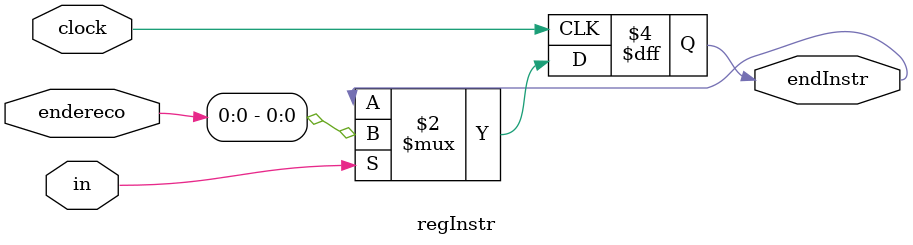
<source format=v>
module regInstr(endereco,clock,in,endInstr);
		input [4:0] endereco;
		input clock;
		input in;
		output reg endInstr;
		always@(posedge clock)
			if(in)endInstr<=endereco;
	endmodule
</source>
